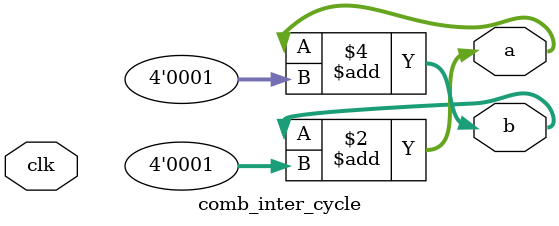
<source format=sv>
`define expected_error CycleError

module comb_inter_cycle(input logic clk,
                        output logic[3:0] a = 4'd0,
                        output logic[3:0] b = 4'd0);

always_comb a = b + 4'd1;

always_comb b = a + 4'd1;

endmodule

</source>
